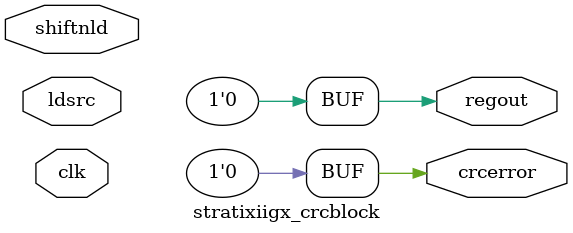
<source format=v>
module  stratixiigx_crcblock (
    clk,
    shiftnld,
   ldsrc,
    crcerror,
    regout);
input clk;
input shiftnld;
input ldsrc;
output crcerror;
output regout;
assign crcerror = 1'b0;
assign regout = 1'b0;
parameter oscillator_divider = 1;
parameter lpm_type = "stratixiigx_crcblock";
endmodule
</source>
